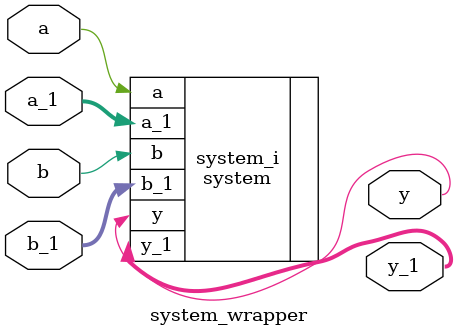
<source format=v>
`timescale 1 ps / 1 ps

module system_wrapper
   (a,
    a_1,
    b,
    b_1,
    y,
    y_1);
  input a;
  input [2:0]a_1;
  input b;
  input [2:0]b_1;
  output y;
  output [2:0]y_1;

  wire a;
  wire [2:0]a_1;
  wire b;
  wire [2:0]b_1;
  wire y;
  wire [2:0]y_1;

system system_i
       (.a(a),
        .a_1(a_1),
        .b(b),
        .b_1(b_1),
        .y(y),
        .y_1(y_1));
endmodule

</source>
